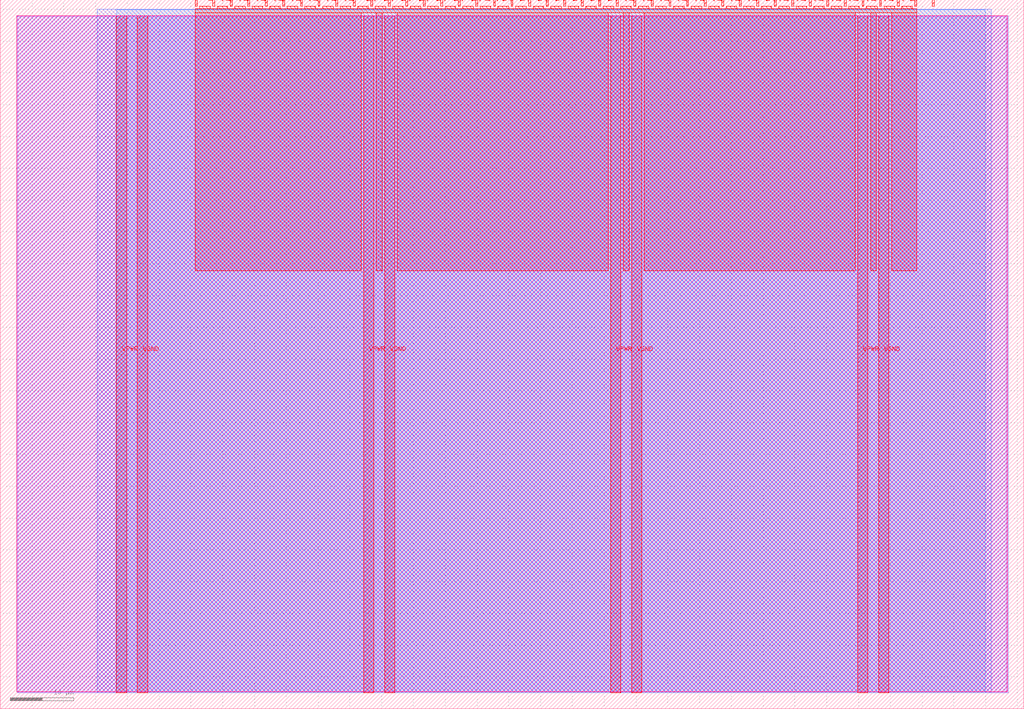
<source format=lef>
VERSION 5.7 ;
  NOWIREEXTENSIONATPIN ON ;
  DIVIDERCHAR "/" ;
  BUSBITCHARS "[]" ;
MACRO tt_um_BMSCE_T2
  CLASS BLOCK ;
  FOREIGN tt_um_BMSCE_T2 ;
  ORIGIN 0.000 0.000 ;
  SIZE 161.000 BY 111.520 ;
  PIN VGND
    DIRECTION INOUT ;
    USE GROUND ;
    PORT
      LAYER met4 ;
        RECT 21.580 2.480 23.180 109.040 ;
    END
    PORT
      LAYER met4 ;
        RECT 60.450 2.480 62.050 109.040 ;
    END
    PORT
      LAYER met4 ;
        RECT 99.320 2.480 100.920 109.040 ;
    END
    PORT
      LAYER met4 ;
        RECT 138.190 2.480 139.790 109.040 ;
    END
  END VGND
  PIN VPWR
    DIRECTION INOUT ;
    USE POWER ;
    PORT
      LAYER met4 ;
        RECT 18.280 2.480 19.880 109.040 ;
    END
    PORT
      LAYER met4 ;
        RECT 57.150 2.480 58.750 109.040 ;
    END
    PORT
      LAYER met4 ;
        RECT 96.020 2.480 97.620 109.040 ;
    END
    PORT
      LAYER met4 ;
        RECT 134.890 2.480 136.490 109.040 ;
    END
  END VPWR
  PIN clk
    DIRECTION INPUT ;
    USE SIGNAL ;
    ANTENNAGATEAREA 0.852000 ;
    PORT
      LAYER met4 ;
        RECT 143.830 110.520 144.130 111.520 ;
    END
  END clk
  PIN ena
    DIRECTION INPUT ;
    USE SIGNAL ;
    PORT
      LAYER met4 ;
        RECT 146.590 110.520 146.890 111.520 ;
    END
  END ena
  PIN rst_n
    DIRECTION INPUT ;
    USE SIGNAL ;
    ANTENNAGATEAREA 0.196500 ;
    PORT
      LAYER met4 ;
        RECT 141.070 110.520 141.370 111.520 ;
    END
  END rst_n
  PIN ui_in[0]
    DIRECTION INPUT ;
    USE SIGNAL ;
    ANTENNAGATEAREA 0.196500 ;
    PORT
      LAYER met4 ;
        RECT 138.310 110.520 138.610 111.520 ;
    END
  END ui_in[0]
  PIN ui_in[1]
    DIRECTION INPUT ;
    USE SIGNAL ;
    ANTENNAGATEAREA 0.196500 ;
    PORT
      LAYER met4 ;
        RECT 135.550 110.520 135.850 111.520 ;
    END
  END ui_in[1]
  PIN ui_in[2]
    DIRECTION INPUT ;
    USE SIGNAL ;
    ANTENNAGATEAREA 0.196500 ;
    PORT
      LAYER met4 ;
        RECT 132.790 110.520 133.090 111.520 ;
    END
  END ui_in[2]
  PIN ui_in[3]
    DIRECTION INPUT ;
    USE SIGNAL ;
    ANTENNAGATEAREA 0.196500 ;
    PORT
      LAYER met4 ;
        RECT 130.030 110.520 130.330 111.520 ;
    END
  END ui_in[3]
  PIN ui_in[4]
    DIRECTION INPUT ;
    USE SIGNAL ;
    ANTENNAGATEAREA 0.196500 ;
    PORT
      LAYER met4 ;
        RECT 127.270 110.520 127.570 111.520 ;
    END
  END ui_in[4]
  PIN ui_in[5]
    DIRECTION INPUT ;
    USE SIGNAL ;
    ANTENNAGATEAREA 0.196500 ;
    PORT
      LAYER met4 ;
        RECT 124.510 110.520 124.810 111.520 ;
    END
  END ui_in[5]
  PIN ui_in[6]
    DIRECTION INPUT ;
    USE SIGNAL ;
    PORT
      LAYER met4 ;
        RECT 121.750 110.520 122.050 111.520 ;
    END
  END ui_in[6]
  PIN ui_in[7]
    DIRECTION INPUT ;
    USE SIGNAL ;
    PORT
      LAYER met4 ;
        RECT 118.990 110.520 119.290 111.520 ;
    END
  END ui_in[7]
  PIN uio_in[0]
    DIRECTION INPUT ;
    USE SIGNAL ;
    PORT
      LAYER met4 ;
        RECT 116.230 110.520 116.530 111.520 ;
    END
  END uio_in[0]
  PIN uio_in[1]
    DIRECTION INPUT ;
    USE SIGNAL ;
    PORT
      LAYER met4 ;
        RECT 113.470 110.520 113.770 111.520 ;
    END
  END uio_in[1]
  PIN uio_in[2]
    DIRECTION INPUT ;
    USE SIGNAL ;
    PORT
      LAYER met4 ;
        RECT 110.710 110.520 111.010 111.520 ;
    END
  END uio_in[2]
  PIN uio_in[3]
    DIRECTION INPUT ;
    USE SIGNAL ;
    PORT
      LAYER met4 ;
        RECT 107.950 110.520 108.250 111.520 ;
    END
  END uio_in[3]
  PIN uio_in[4]
    DIRECTION INPUT ;
    USE SIGNAL ;
    PORT
      LAYER met4 ;
        RECT 105.190 110.520 105.490 111.520 ;
    END
  END uio_in[4]
  PIN uio_in[5]
    DIRECTION INPUT ;
    USE SIGNAL ;
    PORT
      LAYER met4 ;
        RECT 102.430 110.520 102.730 111.520 ;
    END
  END uio_in[5]
  PIN uio_in[6]
    DIRECTION INPUT ;
    USE SIGNAL ;
    PORT
      LAYER met4 ;
        RECT 99.670 110.520 99.970 111.520 ;
    END
  END uio_in[6]
  PIN uio_in[7]
    DIRECTION INPUT ;
    USE SIGNAL ;
    PORT
      LAYER met4 ;
        RECT 96.910 110.520 97.210 111.520 ;
    END
  END uio_in[7]
  PIN uio_oe[0]
    DIRECTION OUTPUT ;
    USE SIGNAL ;
    PORT
      LAYER met4 ;
        RECT 49.990 110.520 50.290 111.520 ;
    END
  END uio_oe[0]
  PIN uio_oe[1]
    DIRECTION OUTPUT ;
    USE SIGNAL ;
    PORT
      LAYER met4 ;
        RECT 47.230 110.520 47.530 111.520 ;
    END
  END uio_oe[1]
  PIN uio_oe[2]
    DIRECTION OUTPUT ;
    USE SIGNAL ;
    PORT
      LAYER met4 ;
        RECT 44.470 110.520 44.770 111.520 ;
    END
  END uio_oe[2]
  PIN uio_oe[3]
    DIRECTION OUTPUT ;
    USE SIGNAL ;
    PORT
      LAYER met4 ;
        RECT 41.710 110.520 42.010 111.520 ;
    END
  END uio_oe[3]
  PIN uio_oe[4]
    DIRECTION OUTPUT ;
    USE SIGNAL ;
    PORT
      LAYER met4 ;
        RECT 38.950 110.520 39.250 111.520 ;
    END
  END uio_oe[4]
  PIN uio_oe[5]
    DIRECTION OUTPUT ;
    USE SIGNAL ;
    PORT
      LAYER met4 ;
        RECT 36.190 110.520 36.490 111.520 ;
    END
  END uio_oe[5]
  PIN uio_oe[6]
    DIRECTION OUTPUT ;
    USE SIGNAL ;
    PORT
      LAYER met4 ;
        RECT 33.430 110.520 33.730 111.520 ;
    END
  END uio_oe[6]
  PIN uio_oe[7]
    DIRECTION OUTPUT ;
    USE SIGNAL ;
    PORT
      LAYER met4 ;
        RECT 30.670 110.520 30.970 111.520 ;
    END
  END uio_oe[7]
  PIN uio_out[0]
    DIRECTION OUTPUT ;
    USE SIGNAL ;
    PORT
      LAYER met4 ;
        RECT 72.070 110.520 72.370 111.520 ;
    END
  END uio_out[0]
  PIN uio_out[1]
    DIRECTION OUTPUT ;
    USE SIGNAL ;
    PORT
      LAYER met4 ;
        RECT 69.310 110.520 69.610 111.520 ;
    END
  END uio_out[1]
  PIN uio_out[2]
    DIRECTION OUTPUT ;
    USE SIGNAL ;
    PORT
      LAYER met4 ;
        RECT 66.550 110.520 66.850 111.520 ;
    END
  END uio_out[2]
  PIN uio_out[3]
    DIRECTION OUTPUT ;
    USE SIGNAL ;
    PORT
      LAYER met4 ;
        RECT 63.790 110.520 64.090 111.520 ;
    END
  END uio_out[3]
  PIN uio_out[4]
    DIRECTION OUTPUT ;
    USE SIGNAL ;
    PORT
      LAYER met4 ;
        RECT 61.030 110.520 61.330 111.520 ;
    END
  END uio_out[4]
  PIN uio_out[5]
    DIRECTION OUTPUT ;
    USE SIGNAL ;
    PORT
      LAYER met4 ;
        RECT 58.270 110.520 58.570 111.520 ;
    END
  END uio_out[5]
  PIN uio_out[6]
    DIRECTION OUTPUT ;
    USE SIGNAL ;
    PORT
      LAYER met4 ;
        RECT 55.510 110.520 55.810 111.520 ;
    END
  END uio_out[6]
  PIN uio_out[7]
    DIRECTION OUTPUT ;
    USE SIGNAL ;
    PORT
      LAYER met4 ;
        RECT 52.750 110.520 53.050 111.520 ;
    END
  END uio_out[7]
  PIN uo_out[0]
    DIRECTION OUTPUT ;
    USE SIGNAL ;
    ANTENNAGATEAREA 0.247500 ;
    ANTENNADIFFAREA 0.891000 ;
    PORT
      LAYER met4 ;
        RECT 94.150 110.520 94.450 111.520 ;
    END
  END uo_out[0]
  PIN uo_out[1]
    DIRECTION OUTPUT ;
    USE SIGNAL ;
    ANTENNAGATEAREA 0.247500 ;
    ANTENNADIFFAREA 0.891000 ;
    PORT
      LAYER met4 ;
        RECT 91.390 110.520 91.690 111.520 ;
    END
  END uo_out[1]
  PIN uo_out[2]
    DIRECTION OUTPUT ;
    USE SIGNAL ;
    ANTENNAGATEAREA 0.247500 ;
    ANTENNADIFFAREA 0.891000 ;
    PORT
      LAYER met4 ;
        RECT 88.630 110.520 88.930 111.520 ;
    END
  END uo_out[2]
  PIN uo_out[3]
    DIRECTION OUTPUT ;
    USE SIGNAL ;
    ANTENNAGATEAREA 0.247500 ;
    ANTENNADIFFAREA 0.891000 ;
    PORT
      LAYER met4 ;
        RECT 85.870 110.520 86.170 111.520 ;
    END
  END uo_out[3]
  PIN uo_out[4]
    DIRECTION OUTPUT ;
    USE SIGNAL ;
    ANTENNAGATEAREA 0.247500 ;
    ANTENNADIFFAREA 0.891000 ;
    PORT
      LAYER met4 ;
        RECT 83.110 110.520 83.410 111.520 ;
    END
  END uo_out[4]
  PIN uo_out[5]
    DIRECTION OUTPUT ;
    USE SIGNAL ;
    ANTENNAGATEAREA 0.247500 ;
    ANTENNADIFFAREA 0.891000 ;
    PORT
      LAYER met4 ;
        RECT 80.350 110.520 80.650 111.520 ;
    END
  END uo_out[5]
  PIN uo_out[6]
    DIRECTION OUTPUT ;
    USE SIGNAL ;
    ANTENNAGATEAREA 0.247500 ;
    ANTENNADIFFAREA 0.891000 ;
    PORT
      LAYER met4 ;
        RECT 77.590 110.520 77.890 111.520 ;
    END
  END uo_out[6]
  PIN uo_out[7]
    DIRECTION OUTPUT ;
    USE SIGNAL ;
    ANTENNAGATEAREA 0.247500 ;
    ANTENNADIFFAREA 0.891000 ;
    PORT
      LAYER met4 ;
        RECT 74.830 110.520 75.130 111.520 ;
    END
  END uo_out[7]
  OBS
      LAYER nwell ;
        RECT 2.570 2.635 158.430 108.990 ;
      LAYER li1 ;
        RECT 2.760 2.635 158.240 108.885 ;
      LAYER met1 ;
        RECT 2.760 2.480 158.540 109.040 ;
      LAYER met2 ;
        RECT 15.280 2.535 155.840 110.005 ;
      LAYER met3 ;
        RECT 18.290 2.555 154.955 109.985 ;
      LAYER met4 ;
        RECT 31.370 110.120 33.030 110.520 ;
        RECT 34.130 110.120 35.790 110.520 ;
        RECT 36.890 110.120 38.550 110.520 ;
        RECT 39.650 110.120 41.310 110.520 ;
        RECT 42.410 110.120 44.070 110.520 ;
        RECT 45.170 110.120 46.830 110.520 ;
        RECT 47.930 110.120 49.590 110.520 ;
        RECT 50.690 110.120 52.350 110.520 ;
        RECT 53.450 110.120 55.110 110.520 ;
        RECT 56.210 110.120 57.870 110.520 ;
        RECT 58.970 110.120 60.630 110.520 ;
        RECT 61.730 110.120 63.390 110.520 ;
        RECT 64.490 110.120 66.150 110.520 ;
        RECT 67.250 110.120 68.910 110.520 ;
        RECT 70.010 110.120 71.670 110.520 ;
        RECT 72.770 110.120 74.430 110.520 ;
        RECT 75.530 110.120 77.190 110.520 ;
        RECT 78.290 110.120 79.950 110.520 ;
        RECT 81.050 110.120 82.710 110.520 ;
        RECT 83.810 110.120 85.470 110.520 ;
        RECT 86.570 110.120 88.230 110.520 ;
        RECT 89.330 110.120 90.990 110.520 ;
        RECT 92.090 110.120 93.750 110.520 ;
        RECT 94.850 110.120 96.510 110.520 ;
        RECT 97.610 110.120 99.270 110.520 ;
        RECT 100.370 110.120 102.030 110.520 ;
        RECT 103.130 110.120 104.790 110.520 ;
        RECT 105.890 110.120 107.550 110.520 ;
        RECT 108.650 110.120 110.310 110.520 ;
        RECT 111.410 110.120 113.070 110.520 ;
        RECT 114.170 110.120 115.830 110.520 ;
        RECT 116.930 110.120 118.590 110.520 ;
        RECT 119.690 110.120 121.350 110.520 ;
        RECT 122.450 110.120 124.110 110.520 ;
        RECT 125.210 110.120 126.870 110.520 ;
        RECT 127.970 110.120 129.630 110.520 ;
        RECT 130.730 110.120 132.390 110.520 ;
        RECT 133.490 110.120 135.150 110.520 ;
        RECT 136.250 110.120 137.910 110.520 ;
        RECT 139.010 110.120 140.670 110.520 ;
        RECT 141.770 110.120 143.430 110.520 ;
        RECT 30.655 109.440 144.145 110.120 ;
        RECT 30.655 68.855 56.750 109.440 ;
        RECT 59.150 68.855 60.050 109.440 ;
        RECT 62.450 68.855 95.620 109.440 ;
        RECT 98.020 68.855 98.920 109.440 ;
        RECT 101.320 68.855 134.490 109.440 ;
        RECT 136.890 68.855 137.790 109.440 ;
        RECT 140.190 68.855 144.145 109.440 ;
  END
END tt_um_BMSCE_T2
END LIBRARY


</source>
